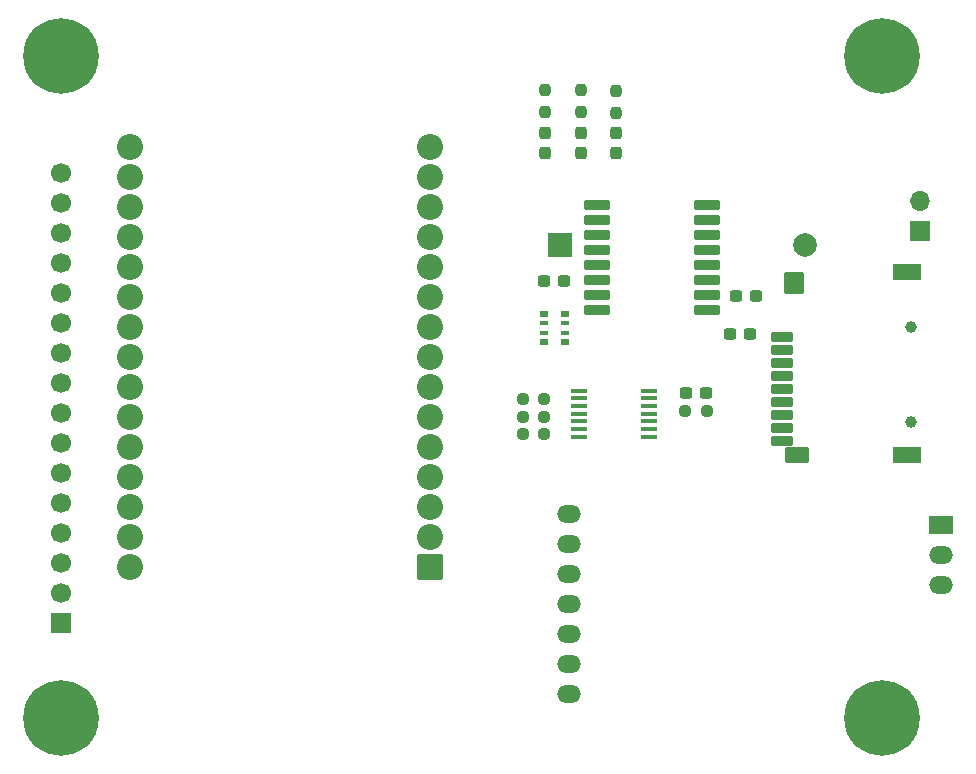
<source format=gbr>
%TF.GenerationSoftware,KiCad,Pcbnew,9.0.2*%
%TF.CreationDate,2025-06-04T20:10:01+07:00*%
%TF.ProjectId,Telemetry V.3 BM13 EVO Hy,54656c65-6d65-4747-9279-20562e332042,rev?*%
%TF.SameCoordinates,Original*%
%TF.FileFunction,Soldermask,Top*%
%TF.FilePolarity,Negative*%
%FSLAX46Y46*%
G04 Gerber Fmt 4.6, Leading zero omitted, Abs format (unit mm)*
G04 Created by KiCad (PCBNEW 9.0.2) date 2025-06-04 20:10:01*
%MOMM*%
%LPD*%
G01*
G04 APERTURE LIST*
G04 Aperture macros list*
%AMRoundRect*
0 Rectangle with rounded corners*
0 $1 Rounding radius*
0 $2 $3 $4 $5 $6 $7 $8 $9 X,Y pos of 4 corners*
0 Add a 4 corners polygon primitive as box body*
4,1,4,$2,$3,$4,$5,$6,$7,$8,$9,$2,$3,0*
0 Add four circle primitives for the rounded corners*
1,1,$1+$1,$2,$3*
1,1,$1+$1,$4,$5*
1,1,$1+$1,$6,$7*
1,1,$1+$1,$8,$9*
0 Add four rect primitives between the rounded corners*
20,1,$1+$1,$2,$3,$4,$5,0*
20,1,$1+$1,$4,$5,$6,$7,0*
20,1,$1+$1,$6,$7,$8,$9,0*
20,1,$1+$1,$8,$9,$2,$3,0*%
G04 Aperture macros list end*
%ADD10C,0.800000*%
%ADD11C,6.400000*%
%ADD12R,0.800000X0.500000*%
%ADD13R,0.800000X0.400000*%
%ADD14RoundRect,0.237500X0.300000X0.237500X-0.300000X0.237500X-0.300000X-0.237500X0.300000X-0.237500X0*%
%ADD15RoundRect,0.237500X-0.237500X0.250000X-0.237500X-0.250000X0.237500X-0.250000X0.237500X0.250000X0*%
%ADD16R,1.404099X0.354800*%
%ADD17C,1.000000*%
%ADD18RoundRect,0.102000X0.800000X-0.350000X0.800000X0.350000X-0.800000X0.350000X-0.800000X-0.350000X0*%
%ADD19RoundRect,0.102000X0.900000X-0.600000X0.900000X0.600000X-0.900000X0.600000X-0.900000X-0.600000X0*%
%ADD20RoundRect,0.102000X0.750000X-0.800000X0.750000X0.800000X-0.750000X0.800000X-0.750000X-0.800000X0*%
%ADD21RoundRect,0.102000X1.100000X-0.600000X1.100000X0.600000X-1.100000X0.600000X-1.100000X-0.600000X0*%
%ADD22RoundRect,0.237500X0.237500X-0.287500X0.237500X0.287500X-0.237500X0.287500X-0.237500X-0.287500X0*%
%ADD23RoundRect,0.237500X0.250000X0.237500X-0.250000X0.237500X-0.250000X-0.237500X0.250000X-0.237500X0*%
%ADD24RoundRect,0.099250X1.027750X0.297750X-1.027750X0.297750X-1.027750X-0.297750X1.027750X-0.297750X0*%
%ADD25RoundRect,0.237500X-0.250000X-0.237500X0.250000X-0.237500X0.250000X0.237500X-0.250000X0.237500X0*%
%ADD26RoundRect,0.237500X0.237500X-0.250000X0.237500X0.250000X-0.237500X0.250000X-0.237500X-0.250000X0*%
%ADD27RoundRect,0.102000X1.000000X1.000000X-1.000000X1.000000X-1.000000X-1.000000X1.000000X-1.000000X0*%
%ADD28C,2.204000*%
%ADD29RoundRect,0.237500X-0.300000X-0.237500X0.300000X-0.237500X0.300000X0.237500X-0.300000X0.237500X0*%
%ADD30O,2.000000X1.500000*%
%ADD31R,2.000000X1.500000*%
%ADD32R,1.700000X1.700000*%
%ADD33O,1.700000X1.700000*%
%ADD34C,1.700000*%
%ADD35R,2.000000X2.000000*%
%ADD36C,2.000000*%
G04 APERTURE END LIST*
D10*
%TO.C,REF\u002A\u002A*%
X54600000Y-52000000D03*
X55302944Y-50302944D03*
X55302944Y-53697056D03*
X57000000Y-49600000D03*
D11*
X57000000Y-52000000D03*
D10*
X57000000Y-54400000D03*
X58697056Y-50302944D03*
X58697056Y-53697056D03*
X59400000Y-52000000D03*
%TD*%
D12*
%TO.C,RN1*%
X97850000Y-73800000D03*
D13*
X97850000Y-74600000D03*
X97850000Y-75400000D03*
D12*
X97850000Y-76200000D03*
X99650000Y-76200000D03*
D13*
X99650000Y-75400000D03*
X99650000Y-74600000D03*
D12*
X99650000Y-73800000D03*
%TD*%
D14*
%TO.C,C1*%
X111612500Y-80500000D03*
X109887500Y-80500000D03*
%TD*%
D15*
%TO.C,R6*%
X101000000Y-54875000D03*
X101000000Y-56700000D03*
%TD*%
D10*
%TO.C,REF\u002A\u002A*%
X124100000Y-108000000D03*
X124802944Y-106302944D03*
X124802944Y-109697056D03*
X126500000Y-105600000D03*
D11*
X126500000Y-108000000D03*
D10*
X126500000Y-110400000D03*
X128197056Y-106302944D03*
X128197056Y-109697056D03*
X128900000Y-108000000D03*
%TD*%
D16*
%TO.C,U2*%
X100850104Y-80299999D03*
X100850104Y-80950000D03*
X100850104Y-81600001D03*
X100850104Y-82250000D03*
X100850104Y-82899999D03*
X100850104Y-83550000D03*
X100850104Y-84199999D03*
X106750000Y-84200001D03*
X106750000Y-83550000D03*
X106750000Y-82900001D03*
X106750000Y-82250000D03*
X106750000Y-81600001D03*
X106750000Y-80950000D03*
X106750000Y-80300001D03*
%TD*%
D17*
%TO.C,J1*%
X129000000Y-82950000D03*
X129000000Y-74950000D03*
D18*
X118000000Y-75750000D03*
X118000000Y-76850000D03*
X118000000Y-77950000D03*
X118000000Y-79050000D03*
X118000000Y-80150000D03*
X118000000Y-81250000D03*
X118000000Y-82350000D03*
X118000000Y-83450000D03*
X118000000Y-84550000D03*
D19*
X119300000Y-85750000D03*
D20*
X119050000Y-71150000D03*
D21*
X128600000Y-85750000D03*
X128600000Y-70250000D03*
%TD*%
D10*
%TO.C,REF\u002A\u002A*%
X124100000Y-52000000D03*
X124802944Y-50302944D03*
X124802944Y-53697056D03*
X126500000Y-49600000D03*
D11*
X126500000Y-52000000D03*
D10*
X126500000Y-54400000D03*
X128197056Y-50302944D03*
X128197056Y-53697056D03*
X128900000Y-52000000D03*
%TD*%
D22*
%TO.C,D3*%
X104000000Y-60200000D03*
X104000000Y-58450000D03*
%TD*%
D23*
%TO.C,R4*%
X97912500Y-84000000D03*
X96087500Y-84000000D03*
%TD*%
D24*
%TO.C,U3*%
X111655000Y-73445000D03*
X111655000Y-72175000D03*
X111655000Y-70905000D03*
X111655000Y-69635000D03*
X111655000Y-68365000D03*
X111655000Y-67095000D03*
X111655000Y-65825000D03*
X111655000Y-64555000D03*
X102345000Y-64555000D03*
X102345000Y-65825000D03*
X102345000Y-67095000D03*
X102345000Y-68365000D03*
X102345000Y-69635000D03*
X102345000Y-70905000D03*
X102345000Y-72175000D03*
X102345000Y-73445000D03*
%TD*%
D14*
%TO.C,C3*%
X115862500Y-72250000D03*
X114137500Y-72250000D03*
%TD*%
D25*
%TO.C,R1*%
X96087500Y-82500000D03*
X97912500Y-82500000D03*
%TD*%
%TO.C,R2*%
X96087500Y-81000000D03*
X97912500Y-81000000D03*
%TD*%
%TO.C,R3*%
X109837500Y-82000000D03*
X111662500Y-82000000D03*
%TD*%
D26*
%TO.C,R7*%
X104000000Y-56775000D03*
X104000000Y-54950000D03*
%TD*%
D27*
%TO.C,U1*%
X88200000Y-95265000D03*
D28*
X88200000Y-92725000D03*
X88200000Y-90185000D03*
X88200000Y-87645000D03*
X88200000Y-85105000D03*
X88200000Y-82565000D03*
X88200000Y-80025000D03*
X88200000Y-77485000D03*
X88200000Y-74945000D03*
X88200000Y-72405000D03*
X88200000Y-69865000D03*
X88200000Y-67325000D03*
X88200000Y-64785000D03*
X88200000Y-62245000D03*
X88200000Y-59705000D03*
X62800000Y-59705000D03*
X62800000Y-62245000D03*
X62800000Y-64785000D03*
X62800000Y-67325000D03*
X62800000Y-69865000D03*
X62800000Y-72405000D03*
X62800000Y-74945000D03*
X62800000Y-77485000D03*
X62800000Y-80025000D03*
X62800000Y-82565000D03*
X62800000Y-85105000D03*
X62800000Y-87645000D03*
X62800000Y-90185000D03*
X62800000Y-92725000D03*
X62800000Y-95265000D03*
%TD*%
D15*
%TO.C,R5*%
X98000000Y-54875000D03*
X98000000Y-56700000D03*
%TD*%
D29*
%TO.C,C2*%
X113637500Y-75500000D03*
X115362500Y-75500000D03*
%TD*%
D10*
%TO.C,REF\u002A\u002A*%
X54600000Y-108000000D03*
X55302944Y-106302944D03*
X55302944Y-109697056D03*
X57000000Y-105600000D03*
D11*
X57000000Y-108000000D03*
D10*
X57000000Y-110400000D03*
X58697056Y-106302944D03*
X58697056Y-109697056D03*
X59400000Y-108000000D03*
%TD*%
D30*
%TO.C,LoraE220-900T22D1*%
X100000000Y-90750000D03*
X100000000Y-93290000D03*
X100000000Y-95830000D03*
X100000000Y-98370000D03*
X100000000Y-100910000D03*
X100000000Y-103450000D03*
X100000000Y-105990000D03*
X131500000Y-96750000D03*
X131500000Y-94210000D03*
D31*
X131500000Y-91670000D03*
%TD*%
D22*
%TO.C,D2*%
X101000000Y-60200000D03*
X101000000Y-58450000D03*
%TD*%
D32*
%TO.C,J2*%
X129750000Y-66775000D03*
D33*
X129750000Y-64235000D03*
%TD*%
D14*
%TO.C,C4*%
X99612500Y-71000000D03*
X97887500Y-71000000D03*
%TD*%
D22*
%TO.C,D1*%
X98000000Y-60200000D03*
X98000000Y-58450000D03*
%TD*%
D32*
%TO.C,J4*%
X57000000Y-100000000D03*
D34*
X57000000Y-97460000D03*
X57000000Y-94920000D03*
X57000000Y-92380000D03*
X57000000Y-89840000D03*
X57000000Y-87300000D03*
X57000000Y-84760000D03*
X57000000Y-82220000D03*
X57000000Y-79680000D03*
X57000000Y-77140000D03*
X57000000Y-74600000D03*
X57000000Y-72060000D03*
X57000000Y-69520000D03*
X57000000Y-66980000D03*
X57000000Y-64440000D03*
X57000000Y-61900000D03*
%TD*%
D35*
%TO.C,BT1*%
X99210914Y-68000000D03*
D36*
X120010914Y-68000000D03*
%TD*%
M02*

</source>
